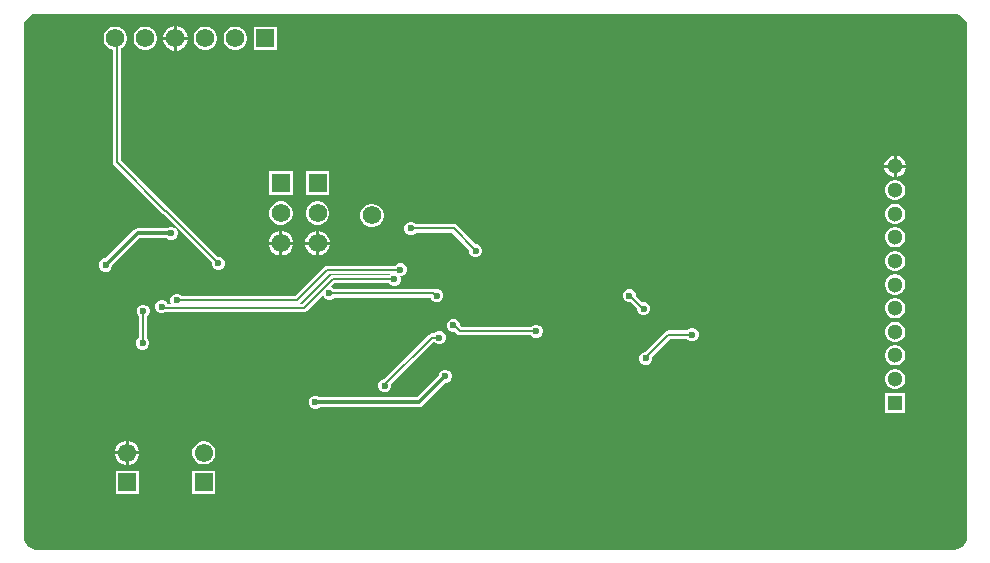
<source format=gbl>
G04*
G04 #@! TF.GenerationSoftware,Altium Limited,Altium Designer,24.1.2 (44)*
G04*
G04 Layer_Physical_Order=2*
G04 Layer_Color=16711680*
%FSLAX44Y44*%
%MOMM*%
G71*
G04*
G04 #@! TF.SameCoordinates,35289A0D-B0B0-4263-B8D2-BBE876D284D7*
G04*
G04*
G04 #@! TF.FilePolarity,Positive*
G04*
G01*
G75*
%ADD10C,0.2000*%
%ADD58C,1.5700*%
%ADD59R,1.5700X1.5700*%
%ADD60C,1.5500*%
%ADD61R,1.5500X1.5500*%
%ADD62R,1.5700X1.5700*%
%ADD87C,0.3000*%
%ADD89C,1.3000*%
%ADD90R,1.3000X1.3000*%
%ADD91C,0.6000*%
G36*
X1747689Y961471D02*
X1749803Y960595D01*
X1751706Y959324D01*
X1753324Y957706D01*
X1754595Y955803D01*
X1755471Y953689D01*
X1755918Y951444D01*
Y950300D01*
Y519700D01*
Y518556D01*
X1755471Y516311D01*
X1754595Y514197D01*
X1753324Y512294D01*
X1751706Y510676D01*
X1749803Y509404D01*
X1747689Y508529D01*
X1745444Y508082D01*
X967556D01*
X965311Y508529D01*
X963197Y509404D01*
X961294Y510676D01*
X959676Y512294D01*
X958404Y514197D01*
X957529Y516311D01*
X957082Y518556D01*
Y519700D01*
Y950300D01*
Y951444D01*
X957529Y953689D01*
X958404Y955803D01*
X959676Y957706D01*
X961294Y959324D01*
X963197Y960595D01*
X965311Y961471D01*
X967556Y961918D01*
X1745444D01*
X1747689Y961471D01*
D02*
G37*
%LPC*%
G36*
X1086918Y951390D02*
X1086820D01*
Y942270D01*
X1095940D01*
Y942368D01*
X1095232Y945010D01*
X1093864Y947380D01*
X1091930Y949314D01*
X1089560Y950682D01*
X1086918Y951390D01*
D02*
G37*
G36*
X1084280D02*
X1084182D01*
X1081540Y950682D01*
X1079170Y949314D01*
X1077236Y947380D01*
X1075868Y945010D01*
X1075160Y942368D01*
Y942270D01*
X1084280D01*
Y951390D01*
D02*
G37*
G36*
X1171600Y950850D02*
X1151900D01*
Y931150D01*
X1171600D01*
Y950850D01*
D02*
G37*
G36*
X1137647D02*
X1135053D01*
X1132548Y950179D01*
X1130302Y948882D01*
X1128468Y947048D01*
X1127171Y944802D01*
X1126500Y942297D01*
Y939703D01*
X1127171Y937198D01*
X1128468Y934952D01*
X1130302Y933118D01*
X1132548Y931821D01*
X1135053Y931150D01*
X1137647D01*
X1140152Y931821D01*
X1142398Y933118D01*
X1144232Y934952D01*
X1145529Y937198D01*
X1146200Y939703D01*
Y942297D01*
X1145529Y944802D01*
X1144232Y947048D01*
X1142398Y948882D01*
X1140152Y950179D01*
X1137647Y950850D01*
D02*
G37*
G36*
X1112247D02*
X1109653D01*
X1107148Y950179D01*
X1104902Y948882D01*
X1103068Y947048D01*
X1101771Y944802D01*
X1101100Y942297D01*
Y939703D01*
X1101771Y937198D01*
X1103068Y934952D01*
X1104902Y933118D01*
X1107148Y931821D01*
X1109653Y931150D01*
X1112247D01*
X1114752Y931821D01*
X1116998Y933118D01*
X1118832Y934952D01*
X1120129Y937198D01*
X1120800Y939703D01*
Y942297D01*
X1120129Y944802D01*
X1118832Y947048D01*
X1116998Y948882D01*
X1114752Y950179D01*
X1112247Y950850D01*
D02*
G37*
G36*
X1061447D02*
X1058853D01*
X1056348Y950179D01*
X1054102Y948882D01*
X1052268Y947048D01*
X1050971Y944802D01*
X1050300Y942297D01*
Y939703D01*
X1050971Y937198D01*
X1052268Y934952D01*
X1054102Y933118D01*
X1056348Y931821D01*
X1058853Y931150D01*
X1061447D01*
X1063952Y931821D01*
X1066198Y933118D01*
X1068032Y934952D01*
X1069329Y937198D01*
X1070000Y939703D01*
Y942297D01*
X1069329Y944802D01*
X1068032Y947048D01*
X1066198Y948882D01*
X1063952Y950179D01*
X1061447Y950850D01*
D02*
G37*
G36*
X1095940Y939730D02*
X1086820D01*
Y930610D01*
X1086918D01*
X1089560Y931318D01*
X1091930Y932686D01*
X1093864Y934620D01*
X1095232Y936990D01*
X1095940Y939632D01*
Y939730D01*
D02*
G37*
G36*
X1084280D02*
X1075160D01*
Y939632D01*
X1075868Y936990D01*
X1077236Y934620D01*
X1079170Y932686D01*
X1081540Y931318D01*
X1084182Y930610D01*
X1084280D01*
Y939730D01*
D02*
G37*
G36*
X1696270Y841519D02*
Y833770D01*
X1704019D01*
X1703424Y835989D01*
X1702234Y838051D01*
X1700551Y839734D01*
X1698489Y840924D01*
X1696270Y841519D01*
D02*
G37*
G36*
X1693730Y841519D02*
X1691511Y840924D01*
X1689449Y839734D01*
X1687766Y838051D01*
X1686576Y835989D01*
X1685981Y833770D01*
X1693730D01*
Y841519D01*
D02*
G37*
G36*
X1704019Y831230D02*
X1696270D01*
Y823481D01*
X1698489Y824076D01*
X1700551Y825266D01*
X1702234Y826949D01*
X1703424Y829011D01*
X1704019Y831230D01*
D02*
G37*
G36*
X1693730D02*
X1685981D01*
X1686576Y829011D01*
X1687766Y826949D01*
X1689449Y825266D01*
X1691511Y824076D01*
X1693730Y823481D01*
Y831230D01*
D02*
G37*
G36*
X1215850Y828250D02*
X1196150D01*
Y808550D01*
X1215850D01*
Y828250D01*
D02*
G37*
G36*
X1184850D02*
X1165150D01*
Y808550D01*
X1184850D01*
Y828250D01*
D02*
G37*
G36*
X1696119Y821000D02*
X1693881D01*
X1691719Y820421D01*
X1689781Y819302D01*
X1688198Y817719D01*
X1687079Y815781D01*
X1686500Y813619D01*
Y811381D01*
X1687079Y809219D01*
X1688198Y807281D01*
X1689781Y805698D01*
X1691719Y804579D01*
X1693881Y804000D01*
X1696119D01*
X1698281Y804579D01*
X1700219Y805698D01*
X1701802Y807281D01*
X1702921Y809219D01*
X1703500Y811381D01*
Y813619D01*
X1702921Y815781D01*
X1701802Y817719D01*
X1700219Y819302D01*
X1698281Y820421D01*
X1696119Y821000D01*
D02*
G37*
G36*
Y801000D02*
X1693881D01*
X1691719Y800421D01*
X1689781Y799302D01*
X1688198Y797719D01*
X1687079Y795781D01*
X1686500Y793619D01*
Y791381D01*
X1687079Y789219D01*
X1688198Y787281D01*
X1689781Y785698D01*
X1691719Y784579D01*
X1693881Y784000D01*
X1696119D01*
X1698281Y784579D01*
X1700219Y785698D01*
X1701802Y787281D01*
X1702921Y789219D01*
X1703500Y791381D01*
Y793619D01*
X1702921Y795781D01*
X1701802Y797719D01*
X1700219Y799302D01*
X1698281Y800421D01*
X1696119Y801000D01*
D02*
G37*
G36*
X1207297Y802850D02*
X1204703D01*
X1202198Y802179D01*
X1199952Y800882D01*
X1198118Y799048D01*
X1196821Y796802D01*
X1196150Y794297D01*
Y791703D01*
X1196821Y789198D01*
X1198118Y786952D01*
X1199952Y785118D01*
X1202198Y783821D01*
X1204703Y783150D01*
X1207297D01*
X1209802Y783821D01*
X1212048Y785118D01*
X1213882Y786952D01*
X1215179Y789198D01*
X1215850Y791703D01*
Y794297D01*
X1215179Y796802D01*
X1213882Y799048D01*
X1212048Y800882D01*
X1209802Y802179D01*
X1207297Y802850D01*
D02*
G37*
G36*
X1176297D02*
X1173703D01*
X1171198Y802179D01*
X1168952Y800882D01*
X1167118Y799048D01*
X1165821Y796802D01*
X1165150Y794297D01*
Y791703D01*
X1165821Y789198D01*
X1167118Y786952D01*
X1168952Y785118D01*
X1171198Y783821D01*
X1173703Y783150D01*
X1176297D01*
X1178802Y783821D01*
X1181048Y785118D01*
X1182882Y786952D01*
X1184179Y789198D01*
X1184850Y791703D01*
Y794297D01*
X1184179Y796802D01*
X1182882Y799048D01*
X1181048Y800882D01*
X1178802Y802179D01*
X1176297Y802850D01*
D02*
G37*
G36*
X1253297Y800850D02*
X1250703D01*
X1248198Y800179D01*
X1245952Y798882D01*
X1244118Y797048D01*
X1242821Y794802D01*
X1242150Y792297D01*
Y789703D01*
X1242821Y787198D01*
X1244118Y784952D01*
X1245952Y783118D01*
X1248198Y781821D01*
X1250703Y781150D01*
X1253297D01*
X1255802Y781821D01*
X1258048Y783118D01*
X1259882Y784952D01*
X1261179Y787198D01*
X1261850Y789703D01*
Y792297D01*
X1261179Y794802D01*
X1259882Y797048D01*
X1258048Y798882D01*
X1255802Y800179D01*
X1253297Y800850D01*
D02*
G37*
G36*
X1083102Y781540D02*
X1080898D01*
X1078862Y780697D01*
X1078284Y780119D01*
X1053639D01*
X1052062Y779806D01*
X1050726Y778913D01*
X1026394Y754580D01*
X1025577D01*
X1023541Y753737D01*
X1021982Y752178D01*
X1021139Y750142D01*
Y747938D01*
X1021982Y745902D01*
X1023541Y744344D01*
X1025577Y743500D01*
X1027781D01*
X1029817Y744344D01*
X1031376Y745902D01*
X1032219Y747938D01*
Y748755D01*
X1055345Y771881D01*
X1078284D01*
X1078862Y771303D01*
X1080898Y770460D01*
X1083102D01*
X1085138Y771303D01*
X1086697Y772862D01*
X1087540Y774898D01*
Y777102D01*
X1086697Y779138D01*
X1085138Y780697D01*
X1083102Y781540D01*
D02*
G37*
G36*
X1207368Y777990D02*
X1207270D01*
Y768870D01*
X1216390D01*
Y768968D01*
X1215682Y771610D01*
X1214314Y773980D01*
X1212380Y775914D01*
X1210010Y777282D01*
X1207368Y777990D01*
D02*
G37*
G36*
X1176368D02*
X1176270D01*
Y768870D01*
X1185390D01*
Y768968D01*
X1184682Y771610D01*
X1183314Y773980D01*
X1181380Y775914D01*
X1179010Y777282D01*
X1176368Y777990D01*
D02*
G37*
G36*
X1204730D02*
X1204632D01*
X1201990Y777282D01*
X1199620Y775914D01*
X1197686Y773980D01*
X1196318Y771610D01*
X1195610Y768968D01*
Y768870D01*
X1204730D01*
Y777990D01*
D02*
G37*
G36*
X1173730D02*
X1173632D01*
X1170990Y777282D01*
X1168620Y775914D01*
X1166686Y773980D01*
X1165318Y771610D01*
X1164610Y768968D01*
Y768870D01*
X1173730D01*
Y777990D01*
D02*
G37*
G36*
X1696119Y781000D02*
X1693881D01*
X1691719Y780421D01*
X1689781Y779302D01*
X1688198Y777719D01*
X1687079Y775781D01*
X1686500Y773619D01*
Y771381D01*
X1687079Y769219D01*
X1688198Y767281D01*
X1689781Y765698D01*
X1691719Y764579D01*
X1693881Y764000D01*
X1696119D01*
X1698281Y764579D01*
X1700219Y765698D01*
X1701802Y767281D01*
X1702921Y769219D01*
X1703500Y771381D01*
Y773619D01*
X1702921Y775781D01*
X1701802Y777719D01*
X1700219Y779302D01*
X1698281Y780421D01*
X1696119Y781000D01*
D02*
G37*
G36*
X1216390Y766330D02*
X1207270D01*
Y757210D01*
X1207368D01*
X1210010Y757918D01*
X1212380Y759286D01*
X1214314Y761220D01*
X1215682Y763590D01*
X1216390Y766232D01*
Y766330D01*
D02*
G37*
G36*
X1204730D02*
X1195610D01*
Y766232D01*
X1196318Y763590D01*
X1197686Y761220D01*
X1199620Y759286D01*
X1201990Y757918D01*
X1204632Y757210D01*
X1204730D01*
Y766330D01*
D02*
G37*
G36*
X1185390D02*
X1176270D01*
Y757210D01*
X1176368D01*
X1179010Y757918D01*
X1181380Y759286D01*
X1183314Y761220D01*
X1184682Y763590D01*
X1185390Y766232D01*
Y766330D01*
D02*
G37*
G36*
X1173730D02*
X1164610D01*
Y766232D01*
X1165318Y763590D01*
X1166686Y761220D01*
X1168620Y759286D01*
X1170990Y757918D01*
X1173632Y757210D01*
X1173730D01*
Y766330D01*
D02*
G37*
G36*
X1286102Y785540D02*
X1283898D01*
X1281862Y784697D01*
X1280303Y783138D01*
X1279460Y781102D01*
Y778898D01*
X1280303Y776862D01*
X1281862Y775303D01*
X1283898Y774460D01*
X1286102D01*
X1288138Y775303D01*
X1289225Y776391D01*
X1319715D01*
X1334170Y761936D01*
Y759898D01*
X1335013Y757862D01*
X1336572Y756303D01*
X1338608Y755460D01*
X1340812D01*
X1342848Y756303D01*
X1344407Y757862D01*
X1345250Y759898D01*
Y762102D01*
X1344407Y764138D01*
X1342848Y765697D01*
X1340812Y766540D01*
X1339774D01*
X1323762Y782552D01*
X1322591Y783335D01*
X1321210Y783609D01*
X1289225D01*
X1288138Y784697D01*
X1286102Y785540D01*
D02*
G37*
G36*
X1036047Y950850D02*
X1033453D01*
X1030948Y950179D01*
X1028702Y948882D01*
X1026868Y947048D01*
X1025571Y944802D01*
X1024900Y942297D01*
Y939703D01*
X1025571Y937198D01*
X1026868Y934952D01*
X1028702Y933118D01*
X1030948Y931821D01*
X1032441Y931421D01*
Y836118D01*
X1032715Y834736D01*
X1033498Y833565D01*
X1074674Y792389D01*
X1075555Y791801D01*
X1116460Y750896D01*
Y749358D01*
X1117303Y747322D01*
X1118862Y745763D01*
X1120898Y744920D01*
X1123102D01*
X1125138Y745763D01*
X1126697Y747322D01*
X1127540Y749358D01*
Y751562D01*
X1126697Y753598D01*
X1125138Y755157D01*
X1123102Y756000D01*
X1121564D01*
X1080071Y797494D01*
X1079190Y798082D01*
X1039659Y837613D01*
Y932461D01*
X1040798Y933118D01*
X1042632Y934952D01*
X1043929Y937198D01*
X1044600Y939703D01*
Y942297D01*
X1043929Y944802D01*
X1042632Y947048D01*
X1040798Y948882D01*
X1038552Y950179D01*
X1036047Y950850D01*
D02*
G37*
G36*
X1696119Y761000D02*
X1693881D01*
X1691719Y760421D01*
X1689781Y759302D01*
X1688198Y757719D01*
X1687079Y755781D01*
X1686500Y753619D01*
Y751381D01*
X1687079Y749219D01*
X1688198Y747281D01*
X1689781Y745698D01*
X1691719Y744579D01*
X1693881Y744000D01*
X1696119D01*
X1698281Y744579D01*
X1700219Y745698D01*
X1701802Y747281D01*
X1702921Y749219D01*
X1703500Y751381D01*
Y753619D01*
X1702921Y755781D01*
X1701802Y757719D01*
X1700219Y759302D01*
X1698281Y760421D01*
X1696119Y761000D01*
D02*
G37*
G36*
X1277102Y750540D02*
X1274898D01*
X1272862Y749697D01*
X1271775Y748609D01*
X1214000D01*
X1212619Y748335D01*
X1211448Y747552D01*
X1187005Y723109D01*
X1090725D01*
X1090138Y723697D01*
X1088102Y724540D01*
X1085898D01*
X1083862Y723697D01*
X1082303Y722138D01*
X1081460Y720102D01*
Y717898D01*
X1082217Y716069D01*
X1079213D01*
X1078822Y717014D01*
X1077264Y718572D01*
X1075228Y719416D01*
X1073024D01*
X1070987Y718572D01*
X1069429Y717014D01*
X1068586Y714977D01*
Y712774D01*
X1069429Y710737D01*
X1070987Y709179D01*
X1073024Y708335D01*
X1075228D01*
X1076521Y708871D01*
X1076624Y708851D01*
X1194158D01*
X1195539Y709125D01*
X1196710Y709908D01*
X1210558Y723756D01*
X1211316Y721927D01*
X1212874Y720369D01*
X1214910Y719526D01*
X1217114D01*
X1219150Y720369D01*
X1220238Y721456D01*
X1301643D01*
X1302303Y719862D01*
X1303862Y718303D01*
X1305898Y717460D01*
X1308102D01*
X1310138Y718303D01*
X1311697Y719862D01*
X1312540Y721898D01*
Y724102D01*
X1311697Y726138D01*
X1310138Y727697D01*
X1308102Y728540D01*
X1305898D01*
X1305358Y728316D01*
X1305233Y728400D01*
X1303852Y728675D01*
X1220238D01*
X1219150Y729762D01*
X1217322Y730520D01*
X1220193Y733391D01*
X1266775D01*
X1267862Y732303D01*
X1269898Y731460D01*
X1272102D01*
X1274138Y732303D01*
X1275697Y733862D01*
X1276540Y735898D01*
Y738102D01*
X1275977Y739460D01*
X1277102D01*
X1279138Y740303D01*
X1280697Y741862D01*
X1281540Y743898D01*
Y746102D01*
X1280697Y748138D01*
X1279138Y749697D01*
X1277102Y750540D01*
D02*
G37*
G36*
X1696119Y741000D02*
X1693881D01*
X1691719Y740421D01*
X1689781Y739302D01*
X1688198Y737719D01*
X1687079Y735781D01*
X1686500Y733619D01*
Y731381D01*
X1687079Y729219D01*
X1688198Y727281D01*
X1689781Y725698D01*
X1691719Y724579D01*
X1693881Y724000D01*
X1696119D01*
X1698281Y724579D01*
X1700219Y725698D01*
X1701802Y727281D01*
X1702921Y729219D01*
X1703500Y731381D01*
Y733619D01*
X1702921Y735781D01*
X1701802Y737719D01*
X1700219Y739302D01*
X1698281Y740421D01*
X1696119Y741000D01*
D02*
G37*
G36*
X1471102Y728540D02*
X1468898D01*
X1466862Y727697D01*
X1465303Y726138D01*
X1464460Y724102D01*
Y721898D01*
X1465303Y719862D01*
X1466862Y718303D01*
X1468898Y717460D01*
X1470956D01*
X1476500Y711916D01*
Y710898D01*
X1477343Y708862D01*
X1478902Y707303D01*
X1480938Y706460D01*
X1483142D01*
X1485178Y707303D01*
X1486737Y708862D01*
X1487580Y710898D01*
Y713102D01*
X1486737Y715138D01*
X1485178Y716697D01*
X1483142Y717540D01*
X1481084D01*
X1475540Y723084D01*
Y724102D01*
X1474697Y726138D01*
X1473138Y727697D01*
X1471102Y728540D01*
D02*
G37*
G36*
X1696119Y721000D02*
X1693881D01*
X1691719Y720421D01*
X1689781Y719302D01*
X1688198Y717719D01*
X1687079Y715781D01*
X1686500Y713619D01*
Y711381D01*
X1687079Y709219D01*
X1688198Y707281D01*
X1689781Y705698D01*
X1691719Y704579D01*
X1693881Y704000D01*
X1696119D01*
X1698281Y704579D01*
X1700219Y705698D01*
X1701802Y707281D01*
X1702921Y709219D01*
X1703500Y711381D01*
Y713619D01*
X1702921Y715781D01*
X1701802Y717719D01*
X1700219Y719302D01*
X1698281Y720421D01*
X1696119Y721000D01*
D02*
G37*
G36*
X1322102Y703540D02*
X1319898D01*
X1317862Y702697D01*
X1316303Y701138D01*
X1315460Y699102D01*
Y696898D01*
X1316303Y694862D01*
X1317862Y693303D01*
X1319898Y692460D01*
X1321921D01*
X1323933Y690448D01*
X1325104Y689665D01*
X1326485Y689391D01*
X1386775D01*
X1387862Y688303D01*
X1389898Y687460D01*
X1392102D01*
X1394138Y688303D01*
X1395697Y689862D01*
X1396540Y691898D01*
Y694102D01*
X1395697Y696138D01*
X1394138Y697697D01*
X1392102Y698540D01*
X1389898D01*
X1387862Y697697D01*
X1386775Y696609D01*
X1327980D01*
X1326540Y698050D01*
Y699102D01*
X1325697Y701138D01*
X1324138Y702697D01*
X1322102Y703540D01*
D02*
G37*
G36*
X1524102Y695540D02*
X1521898D01*
X1519862Y694697D01*
X1518775Y693609D01*
X1503000D01*
X1501619Y693335D01*
X1500448Y692552D01*
X1483436Y675540D01*
X1482898D01*
X1480862Y674697D01*
X1479303Y673138D01*
X1478460Y671102D01*
Y668898D01*
X1479303Y666862D01*
X1480862Y665303D01*
X1482898Y664460D01*
X1485102D01*
X1487138Y665303D01*
X1488697Y666862D01*
X1489540Y668898D01*
Y671102D01*
X1489442Y671338D01*
X1504495Y686391D01*
X1518775D01*
X1519862Y685303D01*
X1521898Y684460D01*
X1524102D01*
X1526138Y685303D01*
X1527697Y686862D01*
X1528540Y688898D01*
Y691102D01*
X1527697Y693138D01*
X1526138Y694697D01*
X1524102Y695540D01*
D02*
G37*
G36*
X1696119Y701000D02*
X1693881D01*
X1691719Y700421D01*
X1689781Y699302D01*
X1688198Y697719D01*
X1687079Y695781D01*
X1686500Y693619D01*
Y691381D01*
X1687079Y689219D01*
X1688198Y687281D01*
X1689781Y685698D01*
X1691719Y684579D01*
X1693881Y684000D01*
X1696119D01*
X1698281Y684579D01*
X1700219Y685698D01*
X1701802Y687281D01*
X1702921Y689219D01*
X1703500Y691381D01*
Y693619D01*
X1702921Y695781D01*
X1701802Y697719D01*
X1700219Y699302D01*
X1698281Y700421D01*
X1696119Y701000D01*
D02*
G37*
G36*
X1310116Y693065D02*
X1307912D01*
X1305875Y692222D01*
X1304788Y691134D01*
X1302525D01*
X1301144Y690860D01*
X1299973Y690077D01*
X1262436Y652540D01*
X1261898D01*
X1259862Y651697D01*
X1258303Y650138D01*
X1257460Y648102D01*
Y645898D01*
X1258303Y643862D01*
X1259862Y642303D01*
X1261898Y641460D01*
X1264102D01*
X1266138Y642303D01*
X1267697Y643862D01*
X1268540Y645898D01*
Y648102D01*
X1268442Y648338D01*
X1304020Y683916D01*
X1304788D01*
X1305875Y682828D01*
X1307912Y681985D01*
X1310116D01*
X1312152Y682828D01*
X1313710Y684387D01*
X1314554Y686423D01*
Y688627D01*
X1313710Y690663D01*
X1312152Y692222D01*
X1310116Y693065D01*
D02*
G37*
G36*
X1059352Y715540D02*
X1057148D01*
X1055112Y714697D01*
X1053553Y713138D01*
X1052710Y711102D01*
Y708898D01*
X1053553Y706862D01*
X1054641Y705775D01*
Y687475D01*
X1053303Y686138D01*
X1052460Y684102D01*
Y681898D01*
X1053303Y679862D01*
X1054862Y678303D01*
X1056898Y677460D01*
X1059102D01*
X1061138Y678303D01*
X1062697Y679862D01*
X1063540Y681898D01*
Y684102D01*
X1062697Y686138D01*
X1061859Y686975D01*
Y705775D01*
X1062947Y706862D01*
X1063790Y708898D01*
Y711102D01*
X1062947Y713138D01*
X1061388Y714697D01*
X1059352Y715540D01*
D02*
G37*
G36*
X1696119Y681000D02*
X1693881D01*
X1691719Y680421D01*
X1689781Y679302D01*
X1688198Y677719D01*
X1687079Y675781D01*
X1686500Y673619D01*
Y671381D01*
X1687079Y669219D01*
X1688198Y667281D01*
X1689781Y665698D01*
X1691719Y664579D01*
X1693881Y664000D01*
X1696119D01*
X1698281Y664579D01*
X1700219Y665698D01*
X1701802Y667281D01*
X1702921Y669219D01*
X1703500Y671381D01*
Y673619D01*
X1702921Y675781D01*
X1701802Y677719D01*
X1700219Y679302D01*
X1698281Y680421D01*
X1696119Y681000D01*
D02*
G37*
G36*
Y661000D02*
X1693881D01*
X1691719Y660421D01*
X1689781Y659302D01*
X1688198Y657719D01*
X1687079Y655781D01*
X1686500Y653619D01*
Y651381D01*
X1687079Y649219D01*
X1688198Y647281D01*
X1689781Y645698D01*
X1691719Y644579D01*
X1693881Y644000D01*
X1696119D01*
X1698281Y644579D01*
X1700219Y645698D01*
X1701802Y647281D01*
X1702921Y649219D01*
X1703500Y651381D01*
Y653619D01*
X1702921Y655781D01*
X1701802Y657719D01*
X1700219Y659302D01*
X1698281Y660421D01*
X1696119Y661000D01*
D02*
G37*
G36*
X1315102Y660540D02*
X1312898D01*
X1310862Y659697D01*
X1309303Y658138D01*
X1308460Y656102D01*
Y655285D01*
X1290185Y637011D01*
X1207810D01*
X1207232Y637588D01*
X1205196Y638431D01*
X1202992D01*
X1200956Y637588D01*
X1199397Y636030D01*
X1198554Y633993D01*
Y631790D01*
X1199397Y629753D01*
X1200956Y628195D01*
X1202992Y627351D01*
X1205196D01*
X1207232Y628195D01*
X1207810Y628772D01*
X1291891D01*
X1293468Y629086D01*
X1294804Y629979D01*
X1314285Y649460D01*
X1315102D01*
X1317138Y650303D01*
X1318697Y651862D01*
X1319540Y653898D01*
Y656102D01*
X1318697Y658138D01*
X1317138Y659697D01*
X1315102Y660540D01*
D02*
G37*
G36*
X1703500Y641000D02*
X1686500D01*
Y624000D01*
X1703500D01*
Y641000D01*
D02*
G37*
G36*
X1046105Y600290D02*
X1046020D01*
Y591270D01*
X1055040D01*
Y591355D01*
X1054339Y593972D01*
X1052984Y596318D01*
X1051068Y598234D01*
X1048722Y599589D01*
X1046105Y600290D01*
D02*
G37*
G36*
X1043480D02*
X1043395D01*
X1040778Y599589D01*
X1038432Y598234D01*
X1036516Y596318D01*
X1035161Y593972D01*
X1034460Y591355D01*
Y591270D01*
X1043480D01*
Y600290D01*
D02*
G37*
G36*
X1111034Y599750D02*
X1108466D01*
X1105987Y599086D01*
X1103763Y597802D01*
X1101948Y595987D01*
X1100665Y593763D01*
X1100000Y591284D01*
Y588716D01*
X1100665Y586237D01*
X1101948Y584013D01*
X1103763Y582198D01*
X1105987Y580914D01*
X1108466Y580250D01*
X1111034D01*
X1113513Y580914D01*
X1115737Y582198D01*
X1117552Y584013D01*
X1118836Y586237D01*
X1119500Y588716D01*
Y591284D01*
X1118836Y593763D01*
X1117552Y595987D01*
X1115737Y597802D01*
X1113513Y599086D01*
X1111034Y599750D01*
D02*
G37*
G36*
X1055040Y588730D02*
X1046020D01*
Y579710D01*
X1046105D01*
X1048722Y580411D01*
X1051068Y581766D01*
X1052984Y583682D01*
X1054339Y586028D01*
X1055040Y588645D01*
Y588730D01*
D02*
G37*
G36*
X1043480D02*
X1034460D01*
Y588645D01*
X1035161Y586028D01*
X1036516Y583682D01*
X1038432Y581766D01*
X1040778Y580411D01*
X1043395Y579710D01*
X1043480D01*
Y588730D01*
D02*
G37*
G36*
X1119500Y574750D02*
X1100000D01*
Y555250D01*
X1119500D01*
Y574750D01*
D02*
G37*
G36*
X1054500D02*
X1035000D01*
Y555250D01*
X1054500D01*
Y574750D01*
D02*
G37*
%LPD*%
G36*
X1266775Y740609D02*
X1218698D01*
X1217317Y740335D01*
X1216146Y739552D01*
X1192663Y716069D01*
X1189398D01*
X1189881Y716165D01*
X1191052Y716948D01*
X1215495Y741391D01*
X1267556D01*
X1266775Y740609D01*
D02*
G37*
D10*
X1075208Y713876D02*
X1076624Y712460D01*
X1074126Y713876D02*
X1075208D01*
X1076624Y712460D02*
X1194158D01*
X1218698Y737000D01*
X1326485Y693000D02*
X1391000D01*
X1321485Y698000D02*
X1326485Y693000D01*
X1077226Y794941D02*
X1077518D01*
X1122000Y750460D01*
X1036050Y836118D02*
X1077226Y794941D01*
X1058250Y710000D02*
Y711082D01*
Y683250D02*
Y710000D01*
X1087500Y719500D02*
X1188500D01*
X1214000Y745000D01*
X1087000Y719000D02*
X1087500Y719500D01*
X1058000Y683000D02*
X1058250Y683250D01*
X1036050Y836118D02*
Y941000D01*
X1218698Y737000D02*
X1271000D01*
X1214000Y745000D02*
X1276000D01*
X1216012Y725066D02*
X1303852D01*
X1285000Y780000D02*
X1321210D01*
X1338710Y762500D01*
X1303852Y725066D02*
X1305918Y723000D01*
X1307000D01*
X1321000Y698000D02*
X1321485D01*
X1263000Y647000D02*
Y648000D01*
X1302525Y687525D01*
X1309014D01*
X1470520Y723000D02*
X1481520Y712000D01*
X1470000Y723000D02*
X1470520D01*
X1481520Y712000D02*
X1482040D01*
X1484000Y670000D02*
Y671000D01*
X1503000Y690000D01*
X1523000D01*
D58*
X1252000Y791000D02*
D03*
X1175000Y767600D02*
D03*
Y793000D02*
D03*
X1206000Y767600D02*
D03*
Y793000D02*
D03*
X1034750Y941000D02*
D03*
X1060150D02*
D03*
X1085550D02*
D03*
X1110950D02*
D03*
X1136350D02*
D03*
D59*
X1175000Y818400D02*
D03*
X1206000D02*
D03*
D60*
X1109750Y590000D02*
D03*
X1044750D02*
D03*
D61*
X1109750Y565000D02*
D03*
X1044750D02*
D03*
D62*
X1161750Y941000D02*
D03*
D87*
X1026679Y749040D02*
X1053639Y776000D01*
X1082000D01*
X1291891Y632891D02*
X1314000Y655000D01*
X1204094Y632891D02*
X1291891D01*
D89*
X1695000Y832500D02*
D03*
Y812500D02*
D03*
Y792500D02*
D03*
Y772500D02*
D03*
Y752500D02*
D03*
Y732500D02*
D03*
Y712500D02*
D03*
Y692500D02*
D03*
Y672500D02*
D03*
Y652500D02*
D03*
D90*
Y632500D02*
D03*
D91*
X1174000Y914000D02*
D03*
X1306000Y737000D02*
D03*
X1179000Y727000D02*
D03*
X1074126Y713876D02*
D03*
X1146000Y748000D02*
D03*
X1246000Y752000D02*
D03*
X1082000Y776000D02*
D03*
X1093250Y807000D02*
D03*
X1110250Y824000D02*
D03*
X1122000Y750460D02*
D03*
X1087000Y719000D02*
D03*
X1058000Y683000D02*
D03*
X1271000Y737000D02*
D03*
X1216012Y725066D02*
D03*
X1276000Y745000D02*
D03*
X1047500Y623500D02*
D03*
X1265000Y818000D02*
D03*
X1285000Y780000D02*
D03*
X1339710Y761000D02*
D03*
X1350000Y792500D02*
D03*
X1297500Y822500D02*
D03*
X1235000Y712500D02*
D03*
X1212500Y700000D02*
D03*
X1380000Y924500D02*
D03*
X1390000D02*
D03*
X1370000D02*
D03*
X1355000Y945500D02*
D03*
X1405000D02*
D03*
X1167000Y570000D02*
D03*
X1321000Y698000D02*
D03*
X1026679Y749040D02*
D03*
X1307000Y723000D02*
D03*
X1391000Y693000D02*
D03*
X1314000Y655000D02*
D03*
X1204094Y632891D02*
D03*
X1263000Y647000D02*
D03*
X1309014Y687525D02*
D03*
X1058250Y710000D02*
D03*
X1038250Y677500D02*
D03*
X1523500Y892750D02*
D03*
X1442500Y870000D02*
D03*
X1445000Y917500D02*
D03*
X1082250Y807000D02*
D03*
X1066250Y824000D02*
D03*
Y836000D02*
D03*
X1083250Y852000D02*
D03*
X1093250D02*
D03*
X1110250Y836000D02*
D03*
X1482040Y712000D02*
D03*
X1470000Y723000D02*
D03*
X1278460Y599020D02*
D03*
X1180500Y612000D02*
D03*
X1189000Y542000D02*
D03*
X1484000Y670000D02*
D03*
X1523000Y690000D02*
D03*
M02*

</source>
